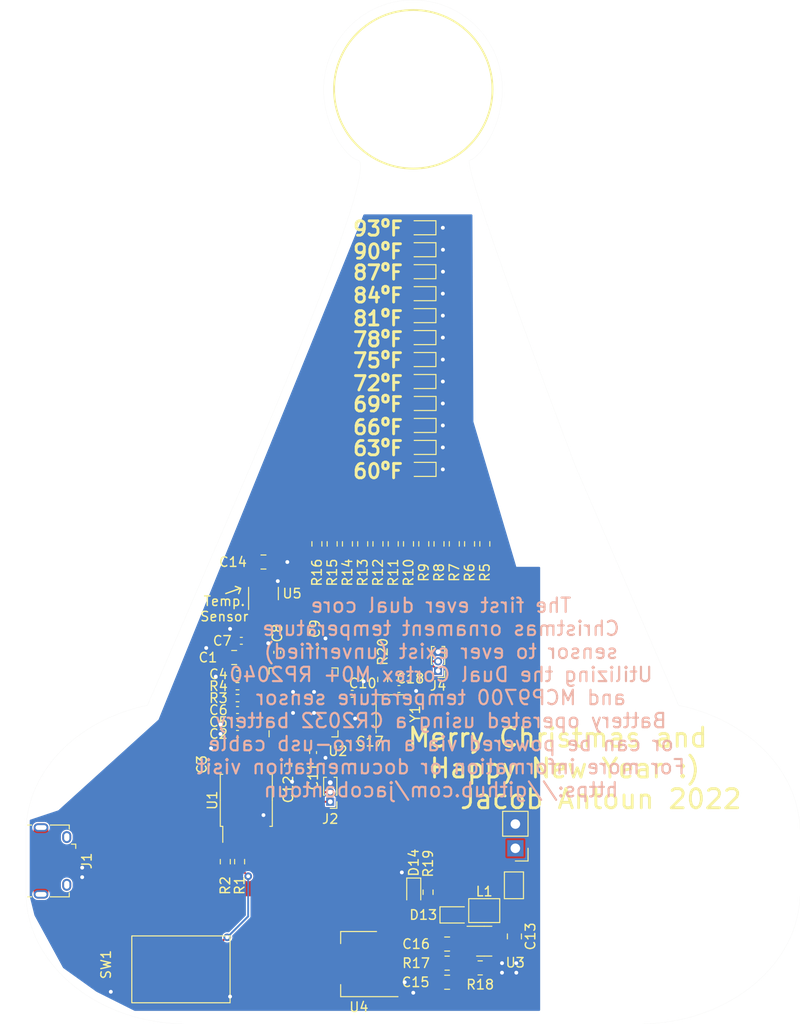
<source format=kicad_pcb>
(kicad_pcb (version 20211014) (generator pcbnew)
  (layers (0 "F.Cu" signal) (31 "B.Cu" signal) (34 "B.Paste" user) (35 "F.Paste" user) (36 "B.SilkS" user "B.Silkscreen") (37 "F.SilkS" user "F.Silkscreen") (38 "B.Mask" user) (39 "F.Mask" user) (44 "Edge.Cuts" user))
  (net 0 "")
  (net 1 "+1V1")
  (net 2 "GND")
  (net 3 "+3.3V")
  (net 4 "Net-(C13-Pad1)")
  (net 5 "Net-(D13-Pad2)")
  (net 6 "+5V")
  (net 7 "Net-(D1-Pad2)")
  (net 8 "Net-(D2-Pad2)")
  (net 9 "Net-(D3-Pad2)")
  (net 10 "Net-(D4-Pad2)")
  (net 11 "Net-(D5-Pad2)")
  (net 12 "Net-(D6-Pad2)")
  (net 13 "Net-(D7-Pad2)")
  (net 14 "Net-(D8-Pad2)")
  (net 15 "Net-(D9-Pad2)")
  (net 16 "Net-(D10-Pad2)")
  (net 17 "Net-(D11-Pad2)")
  (net 18 "Net-(D12-Pad2)")
  (net 19 "USB_D-")
  (net 20 "USB_D+")
  (net 22 "UART0_TX")
  (net 23 "UART0_RX")
  (net 24 "/QSPI_SS")
  (net 25 "Net-(R1-Pad2)")
  (net 26 "Net-(R3-Pad1)")
  (net 27 "Net-(R4-Pad1)")
  (net 28 "LED1")
  (net 29 "LED2")
  (net 30 "LED3")
  (net 31 "LED4")
  (net 32 "LED5")
  (net 33 "LED6")
  (net 34 "LED7")
  (net 35 "LED8")
  (net 36 "LED9")
  (net 37 "LED10")
  (net 38 "LED11")
  (net 39 "LED12")
  (net 40 "/QSPI_SD1")
  (net 41 "/QSPI_SD2")
  (net 42 "/QSPI_SD0")
  (net 43 "/QSPI_SCLK")
  (net 44 "/QSPI_SD3")
  (net 46 "/RP2040_XIN")
  (net 47 "/RP2040_XOUT")
  (net 48 "/RP2040_RUN")
  (net 49 "MCP9700_AOUT")
  (net 53 "Net-(D14-Pad2)")
  (net 54 "+BATT")
  (net 55 "Net-(C15-Pad2)")
  (net 56 "/DBG_SWCLK")
  (net 57 "/DBG_SWD")
  (net 69 "Net-(C18-Pad2)")
  (footprint "Capacitor_SMD:C_0402_1005Metric" (layer "F.Cu") (at 145.28 121.5 180)
    (fp_text reference "C2")
    (fp_text value "100n")
  )
  (footprint "Ornament Footprints:CKCS252010" (layer "F.Cu") (at 172.012499 140 180)
    (fp_text reference "L1")
    (fp_text value "10u" hide)
  )
  (footprint "Resistor_SMD:R_0603_1608Metric" (layer "F.Cu") (at 158.4 101.6 90)
    (fp_text reference "R13")
    (fp_text value "75")
  )
  (footprint "Capacitor_SMD:C_0402_1005Metric" (layer "F.Cu") (at 150.6 124.8 -90)
    (fp_text reference "C12")
    (fp_text value "100n")
  )
  (footprint "Package_TO_SOT_SMD:SOT-23-5" (layer "F.Cu") (at 171.1375 143.2)
    (fp_text reference "U3")
    (fp_text value "TPS61040DBV")
  )
  (footprint "Resistor_SMD:R_0805_2012Metric" (layer "F.Cu") (at 167.25 145.5)
    (fp_text reference "R17")
    (fp_text value "249k")
  )
  (footprint "Resistor_SMD:R_0805_2012Metric" (layer "F.Cu") (at 170.7125 146)
    (fp_text reference "R18")
    (fp_text value "150k")
  )
  (footprint "Resistor_SMD:R_0402_1005Metric" (layer "F.Cu") (at 145.28 117.75 180)
    (fp_text reference "R3")
    (fp_text value "27.4")
  )
  (footprint "Package_TO_SOT_SMD:SOT-23" (layer "F.Cu") (at 148 106.8 90)
    (fp_text reference "U5")
    (fp_text value "MCP9700T-ETT")
  )
  (footprint "Resistor_SMD:R_0603_1608Metric" (layer "F.Cu") (at 165.25 138.075 -90)
    (fp_text reference "R19")
    (fp_text value "180")
  )
  (footprint "LED_SMD:LED_0603_1608Metric" (layer "F.Cu") (at 164.5875 82.299999 180)
    (fp_text reference "D6" hide)
    (fp_text value "Green LED")
  )
  (footprint "Connector_USB:USB_Micro-B_Amphenol_10118194_Horizontal" (layer "F.Cu") (at 125.985 134.8 -90)
    (fp_text reference "J1")
    (fp_text value "USB_B_Micro")
  )
  (footprint "LED_SMD:LED_0603_1608Metric" (layer "F.Cu") (at 164.5875 68.5 180)
    (fp_text reference "D12" hide)
    (fp_text value "Red LED")
  )
  (footprint "Connector_PinHeader_1.00mm:PinHeader_1x03_P1.00mm_Vertical" (layer "F.Cu") (at 166.3 114.9 180)
    (fp_text reference "J4")
    (fp_text value "Conn_01x03")
  )
  (footprint "Resistor_SMD:R_0603_1608Metric" (layer "F.Cu") (at 160 101.6 90)
    (fp_text reference "R12")
    (fp_text value "75")
  )
  (footprint "LED_SMD:LED_0603_1608Metric" (layer "F.Cu") (at 164.5875 75.4 180)
    (fp_text reference "D9" hide)
    (fp_text value "Yellow LED")
  )
  (footprint "Resistor_SMD:R_0603_1608Metric" (layer "F.Cu") (at 171.2 101.6 90)
    (fp_text reference "R5")
    (fp_text value "20")
  )
  (footprint "Capacitor_SMD:C_0402_1005Metric" (layer "F.Cu") (at 157.3 117.3)
    (fp_text reference "C10")
    (fp_text value "100n")
  )
  (footprint "Resistor_SMD:R_0603_1608Metric" (layer "F.Cu") (at 164.8 101.6 90)
    (fp_text reference "R9")
    (fp_text value "75")
  )
  (footprint "Capacitor_SMD:C_0402_1005Metric" (layer "F.Cu") (at 149.45 112.95 90)
    (fp_text reference "C8")
    (fp_text value "100n")
  )
  (footprint "Resistor_SMD:R_0603_1608Metric" (layer "F.Cu") (at 145.5 134.875 90)
    (fp_text reference "R1")
    (fp_text value "1.1k")
  )
  (footprint "Resistor_SMD:R_0603_1608Metric" (layer "F.Cu") (at 168 101.6 90)
    (fp_text reference "R7")
    (fp_text value "20")
  )
  (footprint "Resistor_SMD:R_0603_1608Metric" (layer "F.Cu") (at 163.2 101.6 90)
    (fp_text reference "R10")
    (fp_text value "75")
  )
  (footprint "Resistor_SMD:R_0603_1608Metric" (layer "F.Cu") (at 166.4 101.6 90)
    (fp_text reference "R8")
    (fp_text value "75")
  )
  (footprint "LED_SMD:LED_0603_1608Metric" (layer "F.Cu") (at 164.5875 70.799999 180)
    (fp_text reference "D11" hide)
    (fp_text value "Red LED")
  )
  (footprint "Resistor_SMD:R_0603_1608Metric" (layer "F.Cu") (at 155.2 101.6 90)
    (fp_text reference "R15")
    (fp_text value "100")
  )
  (footprint "Resistor_SMD:R_0603_1608Metric" (layer "F.Cu") (at 153.6 101.6 90)
    (fp_text reference "R16")
    (fp_text value "100")
  )
  (footprint "Package_TO_SOT_SMD:SOT-223-3_TabPin2" (layer "F.Cu") (at 158 145.6 180)
    (fp_text reference "U4")
    (fp_text value "AMS1117-3.3")
  )
  (footprint "Capacitor_SMD:C_0402_1005Metric" (layer "F.Cu") (at 145.28 119 180)
    (fp_text reference "C6")
    (fp_text value "100n")
  )
  (footprint "Capacitor_SMD:C_0402_1005Metric" (layer "F.Cu") (at 153.2 123.45 -90)
    (fp_text reference "C11")
    (fp_text value "100n")
  )
  (footprint "Capacitor_SMD:C_0402_1005Metric" (layer "F.Cu") (at 153.4 112.5 90)
    (fp_text reference "C9")
    (fp_text value "100n")
  )
  (footprint "Resistor_SMD:R_0603_1608Metric" (layer "F.Cu") (at 144 134.875 -90)
    (fp_text reference "R2")
    (fp_text value "10k")
  )
  (footprint "Package_SO:SOIC-8_5.23x5.23mm_P1.27mm" (layer "F.Cu") (at 146.2 128.45 90)
    (fp_text reference "U1")
    (fp_text value "W25Q32JVSS")
  )
  (footprint "LED_SMD:LED_0603_1608Metric" (layer "F.Cu") (at 164.6 93.8 180)
    (fp_text reference "D1" hide)
    (fp_text value "Blue LED")
  )
  (footprint "Capacitor_SMD:C_0402_1005Metric" (layer "F.Cu") (at 162.2 116.8 180)
    (fp_text reference "C18")
    (fp_text value "30p")
  )
  (footprint "LED_SMD:LED_0603_1608Metric" (layer "F.Cu") (at 163.75 138.075 -90)
    (fp_text reference "D14")
    (fp_text value "Green PWR LED")
  )
  (footprint "Capacitor_SMD:C_0805_2012Metric" (layer "F.Cu") (at 148 103.5)
    (fp_text reference "C14")
    (fp_text value "1u")
  )
  (footprint "LED_SMD:LED_0603_1608Metric" (layer "F.Cu") (at 164.6 91.499999 180)
    (fp_text reference "D2" hide)
    (fp_text value "Blue LED")
  )
  (footprint "Resistor_SMD:R_0603_1608Metric" (layer "F.Cu") (at 169.6 101.6 90)
    (fp_text reference "R6")
    (fp_text value "20")
  )
  (footprint "Resistor_SMD:R_0603_1608Metric" (layer "F.Cu") (at 161.6 101.6 90)
    (fp_text reference "R11")
    (fp_text value "75")
  )
  (footprint "Capacitor_SMD:C_0402_1005Metric" (layer "F.Cu") (at 159.15 120.7 90)
    (fp_text reference "C17")
    (fp_text value "30p")
  )
  (footprint "Resistor_SMD:R_0603_1608Metric" (layer "F.Cu") (at 160.5 115.8 -90)
    (fp_text reference "R20")
    (fp_text value "1.1k")
  )
  (footprint "Capacitor_SMD:C_0805_2012Metric" (layer "F.Cu") (at 174.3 142.7 -90)
    (fp_text reference "C13")
    (fp_text value "4.7u")
  )
  (footprint "Capacitor_SMD:C_0402_1005Metric" (layer "F.Cu") (at 145.28 115.25 180)
    (fp_text reference "C4")
    (fp_text value "100n")
  )
  (footprint "Diode_SMD:D_SOD-323" (layer "F.Cu") (at 168 140.45)
    (fp_text reference "D13")
    (fp_text value "D_Schottky_Small")
  )
  (footprint "LED_SMD:LED_0603_1608Metric" (layer "F.Cu") (at 164.6 86.899999 180)
    (fp_text reference "D4" hide)
    (fp_text value "Green LED")
  )
  (footprint "Capacitor_SMD:C_0805_2012Metric" (layer "F.Cu") (at 167.25 147.5)
    (fp_text reference "C15")
    (fp_text value "22p")
  )
  (footprint "LED_SMD:LED_0603_1608Metric" (layer "F.Cu") (at 164.5875 77.7 180)
    (fp_text reference "D8" hide)
    (fp_text value "Yellow LED")
  )
  (footprint "LED_SMD:LED_0603_1608Metric" (layer "F.Cu") (at 164.5875 73.1 180)
    (fp_text reference "D10" hide)
    (fp_text value "Red LED")
  )
  (footprint "Capacitor_SMD:C_0805_2012Metric" (layer "F.Cu") (at 167.25 143.5)
    (fp_text reference "C16")
    (fp_text value "1u")
  )
  (footprint "Capacitor_SMD:C_0805_2012Metric" (layer "F.Cu") (at 144.93 113.5 180)
    (fp_text reference "C1")
    (fp_text value "1u")
  )
  (footprint "Jumper:SolderJumper-2_P1.3mm_Bridged_Pad1.0x1.5mm" (layer "F.Cu") (at 174.25 137.35 -90)
    (fp_text reference "JP1" hide)
    (fp_text value "Jumper_2_Bridged")
  )
  (footprint "Capacitor_SMD:C_0402_1005Metric" (layer "F.Cu") (at 142.700001 124.7 90)
    (fp_text reference "C3")
    (fp_text value "100n")
  )
  (footprint "Crystal:Crystal_SMD_3225-4Pin_3.2x2.5mm" (layer "F.Cu") (at 161.45 119.4 -90)
    (fp_text reference "Y1")
    (fp_text value "12MHz")
  )
  (footprint "Resistor_SMD:R_0603_1608Metric" (layer "F.Cu") (at 156.8 101.6 90)
    (fp_text reference "R14")
    (fp_text value "100")
  )
  (footprint "Ornament Footprints:TS-1187A-B-A-B" (layer "F.Cu") (at 142.5 148.15 180)
    (fp_text reference "SW1")
    (fp_text value "SW_Push" hide)
  )
  (footprint "Connector_PinHeader_2.54mm:PinHeader_1x02_P2.54mm_Vertical" (layer "F.Cu") (at 174.4 133.475 180)
    (fp_text reference "J3" hide)
    (fp_text value "Battery Input")
  )
  (footprint "LED_SMD:LED_0603_1608Metric" (layer "F.Cu") (at 164.5875 84.6 180)
    (fp_text reference "D5" hide)
    (fp_text value "Green LED")
  )
  (footprint "Package_DFN_QFN:QFN-56-1EP_7x7mm_P0.4mm_EP3.2x3.2mm" (layer "F.Cu") (at 152.2 118.2 90)
    (fp_text reference "U2")
    (fp_text value "RP2040")
  )
  (footprint "Capacitor_SMD:C_0402_1005Metric" (layer "F.Cu") (at 145.28 120.25 180)
    (fp_text reference "C5")
    (fp_text value "100n")
  )
  (footprint "Capacitor_SMD:C_0402_1005Metric" (layer "F.Cu") (at 145.68 111.75 180)
    (fp_text reference "C7")
    (fp_text value "100n")
  )
  (footprint "Connector_PinHeader_1.00mm:PinHeader_1x03_P1.00mm_Vertical" (layer "F.Cu") (at 155 128.6 180)
    (fp_text reference "J2")
    (fp_text value "Conn_01x03")
  )
  (footprint "LED_SMD:LED_0603_1608Metric" (layer "F.Cu") (at 164.6 89.2 180)
    (fp_text reference "D3" hide)
    (fp_text value "Blue LED")
  )
  (footprint "MountingHole:MountingHole_3.2mm_M3" (layer "F.Cu") (at 163.5 54)
    (fp_text reference "H1" hide)
    (fp_text value "MountingHole")
  )
  (footprint "LED_SMD:LED_0603_1608Metric" (layer "F.Cu") (at 164.5875 80.000002 180)
    (fp_text reference "D7" hide)
    (fp_text value "Yellow LED")
  )
  (footprint "Resistor_SMD:R_0402_1005Metric" (layer "F.Cu") (at 145.28 116.5 180)
    (fp_text reference "R4")
    (fp_text value "27.4")
  )
  (gr_circle (center 163.7 54) (end 172.002409 54) (layer "F.SilkS") (width 0.2) (fill none))
  (gr_line (start 144.05 106.8) (end 145.6 106.25) (layer "F.SilkS") (width 0.15))
  (gr_line (start 145.6 106.25) (end 145.05 106.05) (layer "F.SilkS") (width 0.15))
  (gr_line (start 145.6 106.3) (end 145.4 106.8) (layer "F.SilkS") (width 0.15))
  (gr_curve (pts (xy 123.103136 131.863447) (xy 123.103136 131.863447) (xy 123.103136 138.068666) (xy 123.103136 138.068666)) (layer "Edge.Cuts") (width 0.007))
  (gr_curve (pts (xy 187.341765 151.870521) (xy 196.67525 151.870521) (xy 204.2414 145.691208) (xy 204.2414 138.068666)) (layer "Edge.Cuts") (width 0.007))
  (gr_curve (pts (xy 173.038266 54.020068) (xy 173.038266 48.847359) (xy 168.84498 44.654073) (xy 163.672268 44.654073)) (layer "Edge.Cuts") (width 0.007))
  (gr_curve (pts (xy 157.975 61.45) (xy 159.961328 62.618732) (xy 146.623282 93.524179) (xy 146.623282 93.524179)) (layer "Edge.Cuts") (width 0.007))
  (gr_curve (pts (xy 154.306272 54.020069) (xy 154.306272 57.873757) (xy 156.635454 61.181091) (xy 157.975 61.45)) (layer "Edge.Cuts") (width 0.007))
  (gr_curve (pts (xy 204.2414 131.863447) (xy 204.2414 125.414895) (xy 198.818755 120.015364) (xy 191.5 118.5)) (layer "Edge.Cuts") (width 0.007))
  (gr_curve (pts (xy 135.844538 118.5) (xy 128.525782 120.015364) (xy 123.103136 125.414895) (xy 123.103136 131.863447)) (layer "Edge.Cuts") (width 0.007))
  (gr_curve (pts (xy 204.2414 138.068666) (xy 204.2414 138.068666) (xy 204.2414 131.863447) (xy 204.2414 131.863447)) (layer "Edge.Cuts") (width 0.007))
  (gr_curve (pts (xy 123.103136 138.068666) (xy 123.103136 145.691208) (xy 130.669288 151.870521) (xy 140.002771 151.870521)) (layer "Edge.Cuts") (width 0.007))
  (gr_curve (pts (xy 180.721255 93.524179) (xy 180.721255 93.524179) (xy 168.9 62.55) (xy 169.6 61.425)) (layer "Edge.Cuts") (width 0.007))
  (gr_curve (pts (xy 191.5 118.5) (xy 191.5 118.5) (xy 180.721255 93.524179) (xy 180.721255 93.524179)) (layer "Edge.Cuts") (width 0.007))
  (gr_curve (pts (xy 163.672268 44.654073) (xy 158.499557 44.654073) (xy 154.306272 48.847359) (xy 154.306272 54.020069)) (layer "Edge.Cuts") (width 0.007))
  (gr_curve (pts (xy 140.002771 151.870521) (xy 140.002771 151.870521) (xy 187.341765 151.870521) (xy 187.341765 151.870521)) (layer "Edge.Cuts") (width 0.007))
  (gr_curve (pts (xy 169.6 61.425) (xy 170.709083 61.181345) (xy 173.038266 57.87401) (xy 173.038266 54.020068)) (layer "Edge.Cuts") (width 0.007))
  (gr_curve (pts (xy 146.623282 93.524179) (xy 146.623282 93.524179) (xy 135.844538 118.5) (xy 135.844538 118.5)) (layer "Edge.Cuts") (width 0.007))
  (gr_text "The first ever dual core\nChristmas ornament temperature\nsensor to ever exist (unverified)\nUtilizing the Dual Cortex M0+ RP2040\nand MCP9700 temperature sensor\nBattery operated using a CR2032 battery\nor can be powered via a micro-usb cable\nFor more information or documentation visit\nhttps://github.com/jacobantoun" (at 166.6 117.7) (layer "B.SilkS") (effects (font (size 1.5 1.5) (thickness 0.225)) (justify mirror)))
  (gr_text "78ºF" (at 160 80.2) (layer "F.SilkS") (effects (font (size 1.5 1.5) (thickness 0.3))))
  (gr_text "Merry Christmas and \nHappy New Year :)\n	Jacob Antoun 2022" (at 179.6 125.1) (layer "F.SilkS") (effects (font (size 2 2) (thickness 0.3))))
  (gr_text "75ºF" (at 160 82.4) (layer "F.SilkS") (effects (font (size 1.5 1.5) (thickness 0.3))))
  (gr_text "60ºF" (at 160 94) (layer "F.SilkS") (effects (font (size 1.5 1.5) (thickness 0.3))))
  (gr_text "66ºF" (at 160 89.4) (layer "F.SilkS") (effects (font (size 1.5 1.5) (thickness 0.3))))
  (gr_text "Temp.\nSensor" (at 143.9 108.4) (layer "F.SilkS") (effects (font (size 1 1))))
  (gr_text "63ºF" (at 160 91.6) (layer "F.SilkS") (effects (font (size 1.5 1.5) (thickness 0.3))))
  (gr_text "84ºF" (at 160 75.6) (layer "F.SilkS") (effects (font (size 1.5 1.5) (thickness 0.3))))
  (gr_text "87ºF" (at 160 73.2) (layer "F.SilkS") (effects (font (size 1.5 1.5) (thickness 0.3))))
  (gr_text "81ºF" (at 160 78) (layer "F.SilkS") (effects (font (size 1.5 1.5) (thickness 0.3))))
  (gr_text "90ºF" (at 160 71) (layer "F.SilkS") (effects (font (size 1.5 1.5) (thickness 0.3))))
  (gr_text "93ºF" (at 160 68.6) (layer "F.SilkS") (effects (font (size 1.5 1.5) (thickness 0.3))))
  (gr_text "72ºF" (at 160 84.8) (layer "F.SilkS") (effects (font (size 1.5 1.5) (thickness 0.3))))
  (gr_text "69ºF" (at 160 87) (layer "F.SilkS") (effects (font (size 1.5 1.5) (thickness 0.3))))
  (segment (start 148.7625 116.4) (end 148.8625 116.3) (width 0.2) (layer "F.Cu") (net 1))
  (segment (start 147.751472 118.4) (end 146.24 119.911472) (width 0.2) (layer "F.Cu") (net 1))
  (segment (start 146.24 120.96) (end 145.76 121.44) (width 0.2) (layer "F.Cu") (net 1))
  (segment (start 148.7625 118.4) (end 149.153553 118.4) (width 0.2) (layer "F.Cu") (net 1))
  (segment (start 148.7625 118.4) (end 147.751472 118.4) (width 0.2) (layer "F.Cu") (net 1))
  (segment (start 155.2 117.6) (end 155.6375 117.6) (width 0.2) (layer "F.Cu") (net 1))
  (segment (start 154.1 116.3) (end 154.1 116.5) (width 0.2) (layer "F.Cu") (net 1))
  (segment (start 149.153553 118.4) (end 149.4 118.153553) (width 0.2) (layer "F.Cu") (net 1))
  (segment (start 149.4 116.5) (end 149.3 116.4) (width 0.2) (layer "F.Cu") (net 1))
  (segment (start 148.7625 116.4) (end 146.91 116.4) (width 0.2) (layer "F.Cu") (net 1))
  (segment (start 146.91 116.4) (end 145.76 115.25) (width 0.2) (layer "F.Cu") (net 1))
  (segment (start 148.8625 116.3) (end 154.1 116.3) (width 0.2) (layer "F.Cu") (net 1))
  (segment (start 154.1 116.5) (end 155.2 117.6) (width 0.2) (layer "F.Cu") (net 1))
  (segment (start 145.76 121.44) (end 145.76 121.5) (width 0.2) (layer "F.Cu") (net 1))
  (segment (start 145.76 115.25) (end 145.76 113.62) (width 0.2) (layer "F.Cu") (net 1))
  (segment (start 149.4 118.153553) (end 149.4 116.5) (width 0.2) (layer "F.Cu") (net 1))
  (segment (start 146.24 119.911472) (end 146.24 120.96) (width 0.2) (layer "F.Cu") (net 1))
  (segment (start 145.76 113.62) (end 145.88 113.5) (width 0.2) (layer "F.Cu") (net 1))
  (segment (start 149.3 116.4) (end 148.7625 116.4) (width 0.2) (layer "F.Cu") (net 1))
  (segment (start 155.6375 119.2) (end 156.913508 119.2) (width 0.2) (layer "F.Cu") (net 2))
  (segment (start 165.375 82.3) (end 166.8 82.3) (width 0.2) (layer "F.Cu") (net 2))
  (segment (start 143.98 113.5) (end 143 113.5) (width 0.25) (layer "F.Cu") (net 2))
  (segment (start 142.5 148.15) (end 143.65 148.15) (width 0.25) (layer "F.Cu") (net 2))
  (segment (start 148.97 112.47) (end 148.5 112) (width 0.25) (layer "F.Cu") (net 2))
  (segment (start 144.8 115.25) (end 143.25 115.25) (width 0.25) (layer "F.Cu") (net 2))
  (segment (start 162.68 116.8) (end 163.8 116.8) (width 0.25) (layer "F.Cu") (net 2))
  (segment (start 145.2 111.75) (end 145.2 111.2) (width 0.25) (layer "F.Cu") (net 2))
  (segment (start 128.6 136.1) (end 129 136.5) (width 0.25) (layer "F.Cu") (net 2))
  (segment (start 143 113.5) (end 142 112.5) (width 0.25) (layer "F.Cu") (net 2))
  (segment (start 163.75 137.25) (end 162.5 136) (width 0.25) (layer "F.Cu") (net 2))
  (segment (start 143.25 115.25) (end 143 115.5) (width 0.25) (layer "F.Cu") (net 2))
  (segment (start 148.105 132.05) (end 148.105 130.105) (width 0.25) (layer "F.Cu") (net 2))
  (segment (start 154.43 123.93) (end 154.5 124) (width 0.25) (layer "F.Cu") (net 2))
  (segment (start 142.5 148.15) (end 134.5 148.15) (width 0.25) (layer "F.Cu") (net 2))
  (segment (start 142.700001 124.22) (end 142.700001 123.200001) (width 0.25) (layer "F.Cu") (net 2))
  (segment (start 143.5 120.3) (end 144.8 119) (width 0.25) (layer "F.Cu") (net 2))
  (segment (start 165.375 77.7) (end 166.8 77.7) (width 0.2) (layer "F.Cu") (net 2))
  (segment (start 165.3875 70.8) (end 166.8125 70.8) (width 0.2) (layer "F.Cu") (net 2))
  (segment (start 150.6 125.28) (end 150.6 126.1) (width 0.25) (layer "F.Cu") (net 2))
  (segment (start 153.98 112.02) (end 154.5 111.5) (width 0.25) (layer "F.Cu") (net 2))
  (segment (start 165.375 84.6) (end 166.8 84.6) (width 0.2) (layer "F.Cu") (net 2))
  (segment (start 134.5 148.15) (end 132.35 148.15) (width 0.25) (layer "F.Cu") (net 2))
  (segment (start 145.2 111.2) (end 144.5 110.5) (width 0.25) (layer "F.Cu") (net 2))
  (segment (start 127.2 136.1) (end 127.2 135.45) (width 0.25) (layer "F.Cu") (net 2))
  (segment (start 158.893508 121.18) (end 157.606754 119.893246) (width 0.25) (layer "F.Cu") (net 2))
  (segment (start 165.375 93.8) (end 166.8 93.8) (width 0.2) (layer "F.Cu") (net 2))
  (segment (start 165.375 68.5) (end 166.8 68.5) (width 0.2) (layer "F.Cu") (net 2))
  (segment (start 165.375 75.4) (end 166.8 75.4) (width 0.2) (layer "F.Cu") (net 2))
  (segment (start 149.45 112.47) (end 148.97 112.47) (width 0.25) (layer "F.Cu") (net 2))
  (segment (start 143.75 120.25) (end 143.5 120.5) (width 0.25) (layer "F.Cu") (net 2))
  (segment (start 127.2 136.1) (end 128.6 136.1) (width 0.25) (layer "F.Cu") (net 2))
  (segment (start 132.35 148.15) (end 132 148.5) (width 0.25) (layer "F.Cu") (net 2))
  (segment (start 127.2 135.45) (end 128.95 135.45) (width 0.25) (layer "F.Cu") (net 2))
  (segment (start 165.3875 73.1) (end 166.8125 73.1) (width 0.2) (layer "F.Cu") (net 2))
  (segment (start 148.95 103.5) (end 150.5 103.5) (width 0.25) (layer "F.Cu") (net 2))
  (segment (start 144.8 121.5) (end 143.5 121.5) (width 0.25) (layer "F.Cu") (net 2))
  (segment (start 143.65 148.15) (end 144.5 149) (width 0.25) (layer "F.Cu") (net 2))
  (segment (start 163.8 116.8) (end 164 117) (width 0.25) (layer "F.Cu") (net 2))
  (segment (start 165.375 86.9) (end 166.8 86.9) (width 0.2) (layer "F.Cu") (net 2))
  (segment (start 143.5 120.5) (end 143.5 120.3) (width 0.25) (layer "F.Cu") (net 2))
  (segment (start 148.105 130.105) (end 148 130) (width 0.25) (layer "F.Cu") (net 2))
  (segment (start 142.700001 123.200001) (end 142.5 123) (width 0.25) (layer "F.Cu") (net 2))
  (segment (start 150.6 126.1) (end 151 126.5) (width 0.25) (layer "F.Cu") (net 2))
  (segment (start 165.375 80) (end 166.8 80) (width 0.2) (layer "F.Cu") (net 2))
  (segment (start 157.78 117.3) (end 157.78 116.72) (width 0.25) (layer "F.Cu") (net 2))
  (segment (start 144.8 120.25) (end 143.75 120.25) (width 0.25) (layer "F.Cu") (net 2))
  (segment (start 128.95 135.45) (end 129 135.5) (width 0.25) (layer "F.Cu") (net 2))
  (segment (start 149.1375 105.8625) (end 149.5 105.5) (width 0.25) (layer "F.Cu") (net 2))
  (segment (start 163.75 137.2875) (end 163.75 137.25) (width 0.25) (layer "F.Cu") (net 2))
  (segment (start 165.375 91.5) (end 166.8 91.5) (width 0.2) (layer "F.Cu") (net 2))
  (segment (start 148 105.8625) (end 149.1375 105.8625) (width 0.25) (layer "F.Cu") (net 2))
  (segment (start 159.15 121.18) (end 158.893508 121.18) (width 0.25) (layer "F.Cu") (net 2))
  (segment (start 153.2 123.93) (end 154.43 123.93) (width 0.25) (layer "F.Cu") (net 2))
  (segment (start 153.4 112.02) (end 153.98 112.02) (width 0.25) (layer "F.Cu") (net 2))
  (segment (start 156.913508 119.2) (end 157.606754 119.893246) (width 0.2) (layer "F.Cu") (net 2))
  (segment (start 165.375 89.2) (end 166.8 89.2) (width 0.2) (layer "F.Cu") (net 2))
  (segment (start 157.78 116.72) (end 158.5 116) (width 0.25) (layer "F.Cu") (net 2))
  (via (at 129 135.5) (size 0.8) (drill 0.4) (layers "F.Cu" "B.Cu") (net 2))
  (via (at 144.5 110.5) (size 0.8) (drill 0.4) (layers "F.Cu" "B.Cu") (net 2))
  (via (at 166.8 82.3) (size 0.8) (drill 0.4) (layers "F.Cu" "B.Cu") (net 2))
  (via (at 148 130) (size 0.8) (drill 0.4) (layers "F.Cu" "B.Cu") (net 2))
  (via (at 173 145.5) (size 0.8) (drill 0.4) (layers "F.Cu" "B.Cu") (net 2))
  (via (at 142 112.5) (size 0.8) (drill 0.4) (layers "F.Cu" "B.Cu") (net 2))
  (via (at 143 115.5) (size 0.8) (drill 0.4) (layers "F.Cu" "B.Cu") (net 2))
  (via (at 151.1 119.3) (size 0.8) (drill 0.4) (layers "F.Cu" "B.Cu") (net 2))
  (via (at 153.3 119.3) (size 0.8) (drill 0.4) (layers "F.Cu" "B.Cu") (net 2))
  (via (at 162.8 147.5) (size 0.8) (drill 0.4) (layers "F.Cu" "B.Cu") (net 2))
  (via (at 166.8 84.6) (size 0.8) (drill 0.4) (layers "F.Cu" "B.Cu") (net 2))
  (via (at 166.8125 73.1) (size 0.8) (drill 0.4) (layers "F.Cu" "B.Cu") (net 2))
  (via (at 166.8 68.5) (size 0.8) (drill 0.4) (layers "F.Cu" "B.Cu") (net 2))
  (via (at 164 117) (size 0.8) (drill 0.4) (layers "F.Cu" "B.Cu") (net 2))
  (via (at 150.5 103.5) (size 0.8) (drill 0.4) (layers "F.Cu" "B.Cu") (net 2))
  (via (at 166.8 89.2) (size 0.8) (drill 0.4) (layers "F.Cu" "B.Cu") (net 2))
  (via (at 149.5 105.5) (size 0.8) (drill 0.4) (layers "F.Cu" "B.Cu") (net 2))
  (via (at 166.8 80) (size 0.8) (drill 0.4) (layers "F.Cu" "B.Cu") (net 2))
  (via (at 158.5 116) (size 0.8) (drill 0.4) (layers "F.Cu" "B.Cu") (net 2))
  (via (at 153.3 117.1) (size 0.8) (drill 0.4) (layers "F.Cu" "B.Cu") (net 2))
  (via (at 129 136.5) (size 0.8) (drill 0.4) (layers "F.Cu" "B.Cu") (net 2))
  (via (at 174.5 145.5) (size 0.8) (drill 0.4) (layers "F.Cu" "B.Cu") (net 2))
  (via (at 166.8 93.8) (size 0.8) (drill 0.4) (layers "F.Cu" "B.Cu") (net 2))
  (via (at 151 126.5) (size 0.8) (drill 0.4) (layers "F.Cu" "B.Cu") (net 2))
  (via (at 154.5 124) (size 0.8) (drill 0.4) (layers "F.Cu" "B.Cu") (net 2))
  (via (at 166.8 86.9) (size 0.8) (drill 0.4) (layers "F.Cu" "B.Cu") (net 2))
  (via (at 142.5 123) (size 0.8) (drill 0.4) (layers "F.Cu" "B.Cu") (net 2))
  (via (at 148.5 112) (size 0.8) (drill 0.4) (layers "F.Cu" "B.Cu") (net 2))
  (via (at 143.5 120.5) (size 0.8) (drill 0.4) (layers "F.Cu" "B.Cu") (net 2))
  (via (at 154.5 111.5) (size 0.8) (drill 0.4) (layers "F.Cu" "B.Cu") (net 2))
  (via (at 162.5 136) (size 0.8) (drill 0.4) (layers "F.Cu" "B.Cu") (net 2))
  (via (at 166.8 75.4) (size 0.8) (drill 0.4) (layers "F.Cu" "B.Cu") (net 2))
  (via (at 166.8125 70.8) (size 0.8) (drill 0.4) (layers "F.Cu" "B.Cu") (net 2))
  (via (at 173 146.5) (size 0.8) (drill 0.4) (layers "F.Cu" "B.Cu") (net 2))
  (via (at 174.5 146.5) (size 0.8) (drill 0.4) (layers "F.Cu" "B.Cu") (net 2))
  (via (at 163.7 148.6) (size 0.8) (drill 0.4) (layers "F.Cu" "B.Cu") (net 2))
  (via (at 144.5 149) (size 0.8) (drill 0.4) (layers "F.Cu" "B.Cu") (net 2))
  (via (at 166.8 77.7) (size 0.8) (drill 0.4) (layers "F.Cu" "B.Cu") (net 2))
  (via (at 151.1 117.1) (size 0.8) (drill 0.4) (layers "F.Cu" "B.Cu") (net 2))
  (via (at 143.5 121.5) (size 0.8) (drill 0.4) (layers "F.Cu" "B.Cu") (net 2))
  (via (at 132 148.5) (size 0.8) (drill 0.4) (layers "F.Cu" "B.Cu") (net 2))
  (via (at 166.8 91.5) (size 0.8) (drill 0.4) (layers "F.Cu" "B.Cu") (net 2))
  (via (at 157.606754 119.893246) (size 0.8) (drill 0.4) (layers "F.Cu" "B.Cu") (net 2))
  (segment (start 147.7 118) (end 147.7 118.027208) (width 0.2) (layer "F.Cu") (net 3))
  (segment (start 153.2 113.18) (end 153.4 112.98) (width 0.2) (layer "F.Cu") (net 3))
  (segment (start 149.6 113.58) (end 149.45 113.43) (width 0.2) (layer "F.Cu") (net 3))
  (segment (start 148.7625 118) (end 147.7 118) (width 0.2) (layer "F.Cu") (net 3))
  (segment (start 145.76 120.25) (end 145.76 119) (width 0.2) (layer "F.Cu") (net 3))
  (segment (start 153.2 122.97) (end 153.2 121.6375) (width 0.2) (layer "F.Cu") (net 3))
  (segment (start 145.76 119.967208) (end 145.76 120.25) (width 0.2) (layer "F.Cu") (net 3))
  (segment (start 155.6375 118) (end 156.12 118) (width 0.2) (layer "F.Cu") (net 3))
  (segment (start 148.7625 117.599999) (end 148.7625 118) (width 0.2) (layer "F.Cu") (net 3))
  (segment (start 153.2 114.7625) (end 153.2 113.18) (width 0.2) (layer "F.Cu") (net 3))
  (segment (start 150.6 124.32) (end 150.52 124.32) (width 0.2) (layer "F.Cu") (net 3))
  (segment (start 146.16 111.75) (end 148.7625 114.3525) (width 0.2) (layer "F.Cu") (net 3))
  (segment (start 150.1 123.9) (end 150.1 122.7) (width 0.2) (layer "F.Cu") (net 3))
  (segment (start 149.6 114.7625) (end 149.6 113.58) (width 0.2) (layer "F.Cu") (net 3))
  (segment (start 150.1 122.7) (end 149.6 122.2) (width 0.2) (layer "F.Cu") (net 3))
  (segment (start 148.7625 114.3525) (end 148.7625 116.000001) (width 0.2) (layer "F.Cu") (net 3))
  (segment (start 156.12 118) (end 156.82 117.3) (width 0.2) (layer "F.Cu") (net 3))
  (segment (start 142.7 125.18) (end 143.965 125.18) (width 0.2) (layer "F.Cu") (net 3))
  (segment (start 143.965 125.18) (end 144.295 124.85) (width 0.2) (layer "F.Cu") (net 3))
  (segment (start 149.6 122.2) (end 149.6 121.6375) (width 0.2) (layer "F.Cu") (net 3))
  (segment (start 147.7 118.027208) (end 145.76 119.967208) (width 0.2) (layer "F.Cu") (net 3))
  (segment (start 150.52 124.32) (end 150.1 123.9) (width 0.2) (layer "F.Cu") (net 3))
  (segment (start 154.85 145.6) (end 161.15 145.6) (width 0.2) (layer "F.Cu") (net 3))
  (segment (start 145.925 149.325) (end 142.1 145.5) (width 0.25) (layer "F.Cu") (net 6))
  (segment (start 126.4 133.5) (end 127.2 133.5) (width 0.25) (layer "F.Cu") (net 6))
  (segment (start 125.9 138.1) (end 125.9 134) (width 0.25) (layer "F.Cu") (net 6))
  (segment (start 164.475 149.325) (end 145.925 149.325) (width 0.25) (layer "F.Cu") (net 6))
  (segment (start 125.9 134) (end 126.4 133.5) (width 0.25) (layer "F.Cu") (net 6))
  (segment (start 165.25 138.9) (end 165.25 140.25) (width 0.25) (layer "F.Cu") (net 6))
  (segment (start 133.3 145.5) (end 125.9 138.1) (width 0.25) (layer "F.Cu") (net 6))
  (segment (start 142.1 145.5) (end 133.3 145.5) (width 0.25) (layer "F.Cu") (net 6))
  (segment (start 166.3 147.5) (end 164.475 149.325) (width 0.25) (layer "F.Cu") (net 6))
  (segment (start 165.6 95.6) (end 163.8125 93.8125) (width 0.25) (layer "F.Cu") (net 7))
  (segment (start 168 95.6) (end 165.6 95.6) (width 0.25) (layer "F.Cu") (net 7))
  (segment (start 171.2 98.8) (end 168 95.6) (width 0.25) (layer "F.Cu") (net 7))
  (segment (start 171.2 100.775) (end 171.2 98.8) (width 0.25) (layer "F.Cu") (net 7))
  (segment (start 163 94.231479) (end 163 92.312499) (width 0.25) (layer "F.Cu") (net 8))
  (segment (start 164.81852 96.05) (end 166.65 96.05) (width 0.25) (layer "F.Cu") (net 8))
  (segment (start 166.65 96.05) (end 169.6 99) (width 0.25) (layer "F.Cu") (net 8))
  (segment (start 163 92.312499) (end 163.8125 91.499999) (width 0.25) (layer "F.Cu") (net 8))
  (segment (start 163 94.231479) (end 164.81852 96.05) (width 0.25) (layer "F.Cu") (net 8))
  (segment (start 169.6 99) (end 169.6 100.775) (width 0.25) (layer "F.Cu") (net 8))
  (segment (start 164.632124 96.5) (end 162.55 94.417875) (width 0.25) (layer "F.Cu") (net 9))
  (segment (start 166.463604 96.5) (end 164.632124 96.5) (width 0.25) (layer "F.Cu") (net 9))
  (segment (start 162.55 94.417875) (end 162.55 90.4625) (width 0.25) (layer "F.Cu") (net 9))
  (segment (start 168 98.036396) (end 166.463604 96.5) (width 0.25) (layer "F.Cu") (net 9))
  (segment (start 162.55 90.4625) (end 163.8125 89.2) (width 0.25) (layer "F.Cu") (net 9))
  (segment (start 168 100.775) (end 168 98.036396) (width 0.25) (layer "F.Cu") (net 9))
  (segment (start 162 94.504272) (end 162 88.712499) (width 0.25) (layer "F.Cu") (net 10))
  (segment (start 166.4 100.775) (end 166.4 97.6) (width 0.25) (layer "F.Cu") (net 10))
  (segment (start 165.75 96.95) (end 164.445728 96.95) (width 0.25) (layer "F.Cu") (net 10))
  (segment (start 164.445728 96.95) (end 162 94.504272) (width 0.25) (layer "F.Cu") (net 10))
  (segment (start 162 88.712499) (end 163.8125 86.899999) (width 0.25) (layer "F.Cu") (net 10))
  (segment (start 166.4 97.6) (end 165.75 96.95) (width 0.25) (layer "F.Cu") (net 10))
  (segment (start 161.55 94.690668) (end 161.55 86.85) (width 0.25) (layer "F.Cu") (net 11))
  (segment (start 164.8 97.940668) (end 161.55 94.690668) (width 0.25) (layer "F.Cu") (net 11))
  (segment (start 161.55 86.85) (end 163.8 84.6) (width 0.25) (layer "F.Cu") (net 11))
  (segment (start 164.8 100.775) (end 164.8 97.940668) (width 0.25) (layer "F.Cu") (net 11))
  (segment (start 161.1 94.877064) (end 161.1 84.999999) (width 0.25) (layer "F.Cu") (net 12))
  (segment (start 163.2 96.977064) (end 161.1 94.877064) (width 0.25) (layer "F.Cu") (net 12))
  (segment (start 163.2 100.775) (end 163.2 96.977064) (width 0.25) (layer "F.Cu") (net 12))
  (segment (start 161.1 84.999999) (end 163.8 82.299999) (width 0.25) (layer "F.Cu") (net 12))
  (segment (start 161.6 96.01346) (end 160.65 95.06346) (width 0.25) (layer "F.Cu") (net 13))
  (segment (start 160.65 95.06346) (end 160.65 83.150002) (width 0.25) (layer "F.Cu") (net 13))
  (segment (start 161.6 100.775) (end 161.6 96.01346) (width 0.25) (layer "F.Cu") (net 13))
  (segment (start 160.65 83.150002) (end 163.8 80.000002) (width 0.25) (layer "F.Cu") (net 13))
  (segment (start 160.2 81.3) (end 163.8 77.7) (width 0.25) (layer "F.Cu") (net 14))
  (segment (start 160.2 95.3) (end 160.2 81.3) (width 0.25) (layer "F.Cu") (net 14))
  (segment (start 160 100.775) (end 160.6 100.175) (width 0.25) (layer "F.Cu") (net 14))
  (segment (start 160.6 95.7) (end 160.6 95.649856) (width 0.25) (layer "F.Cu") (net 14))
  (segment (start 160.6 95.7) (end 160.2 95.3) (width 0.25) (layer "F.Cu") (net 14))
  (segment (start 160.6 100.175) (end 160.6 95.7) (width 0.25) (layer "F.Cu") (net 14))
  (segment (start 159.75 79.45) (end 163.8 75.4) (width 0.25) (layer "F.Cu") (net 15))
  (segment (start 158.4 100.775) (end 159.75 99.425) (width 0.25) (layer "F.Cu") (net 15))
  (segment (start 159.75 99.425) (end 159.75 79.45) (width 0.25) (layer "F.Cu") (net 15))
  (segment (start 159.3 77.6) (end 163.8 73.1) (width 0.25) (layer "F.Cu") (net 16))
  (segment (start 156.8 100.775) (end 159.3 98.275) (width 0.25) (layer "F.Cu") (net 16))
  (segment (start 159.3 98.275) (end 159.3 77.6) (width 0.25) (layer "F.Cu") (net 16))
  (segment (start 155.225 100.775) (end 158.85 97.15) (width 0.25) (layer "F.Cu") (net 17))
  (segment (start 155.2 100.775) (end 155.225 100.775) (width 0.25) (layer "F.Cu") (net 17))
  (segment (start 158.85 97.15) (end 158.85 75.749999) (width 0.25) (layer "F.Cu") (net 17))
  (segment (start 158.85 75.749999) (end 163.8 70.799999) (width 0.25) (layer "F.Cu") (net 17))
  (segment (start 153.6 100.775) (end 158.4 95.975) (width 0.25) (layer "F.Cu") (net 18))
  (segment (start 158.4 95.975) (end 158.4 73.9) (width 0.25) (layer "F.Cu") (net 18))
  (segment (start 158.4 73.9) (end 163.8 68.5) (width 0.25) (layer "F.Cu") (net 18))
  (segment (start 128.05 134.15) (end 128.5 133.7) (width 0.2) (layer "F.Cu") (net 19))
  (segment (start 144.77 116.5) (end 144.77 116.73) (width 0.2) (layer "F.Cu") (net 19))
  (segment (start 144.77 116.73) (end 128.5 133) (width 0.2) (layer "F.Cu") (net 19))
  (segment (start 127.285 134.15) (end 128.05 134.15) (width 0.2) (layer "F.Cu") (net 19))
  (segment (start 128.5 133.7) (end 128.5 133) (width 0.2) (layer "F.Cu") (net 19))
  (segment (start 129 134) (end 128.2 134.8) (width 0.2) (layer "F.Cu") (net 20))
  (segment (start 129 133) (end 129 134) (width 0.2) (layer "F.Cu") (net 20))
  (segment (start 144.25 117.75) (end 129 133) (width 0.2) (layer "F.Cu") (net 20))
  (segment (start 144.77 117.75) (end 144.25 117.75) (width 0.2) (layer "F.Cu") (net 20))
  (segment (start 128.2 134.8) (end 127.385 134.8) (width 0.2) (layer "F.Cu") (net 20))
  (segment (start 150 122.175736) (end 150 121.6375) (width 0.2) (layer "F.Cu") (net 22))
  (segment (start 155 128.6) (end 154.4 128.6) (width 0.2) (layer "F.Cu") (net 22))
  (segment (start 152.077081 124.252817) (end 150 122.175736) (width 0.2) (layer "F.Cu") (net 22))
  (segment (start 152.2 126.4) (end 152.2 124.252817) (width 0.2) (layer "F.Cu") (net 22))
  (segment (start 154.4 128.6) (end 152.2 126.4) (width 0.2) (layer "F.Cu") (net 22))
  (segment (start 152.2 124.252817) (end 152.077081 124.252817) (width 0.2) (layer "F.Cu") (net 22))
  (segment (start 150.4 121.6375) (end 150.4 122.028553) (width 0.2) (layer "F.Cu") (net 23))
  (segment (start 154 127.6) (end 155 127.6) (width 0.2) (layer "F.Cu") (net 23))
  (segment (start 150.4 122.028553) (end 152.6 124.228553) (width 0.2) (layer "F.Cu") (net 23))
  (segment (start 152.6 126.2) (end 154 127.6) (width 0.2) (layer "F.Cu") (net 23))
  (segment (start 152.6 124.228553) (end 152.6 126.2) (width 0.2) (layer "F.Cu") (net 23))
  (segment (start 144.1 142.8) (end 144.2 142.8) (width 0.2) (layer "F.Cu") (net 24))
  (segment (start 148.7625 123.3625) (end 149.8 124.4) (width 0.2) (layer "F.Cu") (net 24))
  (segment (start 145.7 135.7) (end 146.4 136.4) (width 0.2) (layer "F.Cu") (net 24))
  (segment (start 148.7625 120.8) (end 148.7625 123.3625) (width 0.2) (layer "F.Cu") (net 24))
  (segment (start 136.5 144.4) (end 142.5 144.4) (width 0.2) (layer "F.Cu") (net 24))
  (segment (start 148.1 135.7) (end 145.5 135.7) (width 0.2) (layer "F.Cu") (net 24))
  (segment (start 149.8 124.4) (end 149.8 134) (width 0.2) (layer "F.Cu") (net 24))
  (segment (start 149.8 134) (end 148.1 135.7) (width 0.2) (layer "F.Cu") (net 24))
  (segment (start 145.5 135.7) (end 145.7 135.7) (width 0.2) (layer "F.Cu") (net 24))
  (segment (start 142.5 144.4) (end 144.1 142.8) (width 0.2) (layer "F.Cu") (net 24))
  (via (at 146.4 136.4) (size 0.8) (drill 0.4) (layers "F.Cu" "B.Cu") (net 24))
  (via (at 144.2 142.8) (size 0.8) (drill 0.4) (layers "F.Cu" "B.Cu") (net 24))
  (segment (start 146.4 136.4) (end 146.4 140.6) (width 0.2) (layer "B.Cu") (net 24))
  (segment (start 146.4 140.6) (end 144.2 142.8) (width 0.2) (layer "B.Cu") (net 24))
  (segment (start 144 134.05) (end 145.5 134.05) (width 0.25) (layer "F.Cu") (net 25))
  (segment (start 144.295 132.05) (end 144.295 133.755) (width 0.25) (layer "F.Cu") (net 25))
  (segment (start 144.295 133.755) (end 144 134.05) (width 0.25) (layer "F.Cu") (net 25))
  (segment (start 148.7625 117.2) (end 146.34 117.2) (width 0.2) (layer "F.Cu") (net 26))
  (segment (start 146.34 117.2) (end 145.79 117.75) (width 0.2) (layer "F.Cu") (net 26))
  (segment (start 148.7625 116.8) (end 146.09 116.8) (width 0.2) (layer "F.Cu") (net 27))
  (segment (start 146.09 116.8) (end 145.79 116.5) (width 0.2) (layer "F.Cu") (net 27))
  (segment (start 162.924264 122.3) (end 171.2 114.024264) (width 0.2) (layer "F.Cu") (net 28))
  (segment (start 158.599294 122.3) (end 162.924264 122.3) (width 0.2) (layer "F.Cu") (net 28))
  (segment (start 155.6375 120) (end 156.299294 120) (width 0.2) (layer "F.Cu") (net 28))
  (segment (start 156.299294 120) (end 158.599294 122.3) (width 0.2) (layer "F.Cu") (net 28))
  (segment (start 171.2 114.024264) (end 171.2 102.425) (width 0.2) (layer "F.Cu") (net 28))
  (segment (start 169.6 115.2) (end 162.8 122) (width 0.2) (layer "F.Cu") (net 29))
  (segment (start 162.8 122) (end 158.723558 122) (width 0.2) (layer "F.Cu") (net 29))
  (segment (start 169.6 102.425) (end 169.6 115.2) (width 0.2) (layer "F.Cu") (net 29))
  (segment (start 156.323558 119.6) (end 155.6375 119.6) (width 0.2) (layer "F.Cu") (net 29))
  (segment (start 158.723558 122) (end 156.323558 119.6) (width 0.2) (layer "F.Cu") (net 29))
  (segment (start 156.2 116) (end 156.4 115.8) (width 0.2) (layer "F.Cu") (net 30))
  (segment (start 168 102.8) (end 168 102.425) (width 0.2) (layer "F.Cu") (net 30))
  (segment (start 166.12132 103.2) (end 167.6 103.2) (width 0.2) (layer "F.Cu") (net 30))
  (segment (start 156.4 115.8) (end 156.4 112.92132) (width 0.2) (layer "F.Cu") (net 30))
  (segment (start 156.4 112.92132) (end 166.12132 103.2) (width 0.2) (layer "F.Cu") (net 30))
  (segment (start 167.6 103.2) (end 168 102.8) (width 0.2) (layer "F.Cu") (net 30))
  (segment (start 155.6375 116) (end 156.2 116) (width 0.2) (layer "F.Cu") (net 30))
  (segment (start 155.6375 115.6) (end 155.6375 113.259556) (width 0.2) (layer "F.Cu") (net 31))
  (segment (start 165.848528 103.048528) (end 166.4 102.497056) (width 0.2) (layer "F.Cu") (net 31))
  (segment (start 155.6375 113.259556) (end 165.848528 103.048528) (width 0.2) (layer "F.Cu") (net 31))
  (segment (start 166.4 102.497056) (end 166.4 102.425) (width 0.2) (layer "F.Cu") (net 31))
  (segment (start 165.848528 103.048528) (end 166.097056 102.8) (width 0.2) (layer "F.Cu") (net 31))
  (segment (start 154.8 113.672792) (end 164.8 103.672792) (width 0.2) (layer "F.Cu") (net 32))
  (segment (start 164.8 103.672792) (end 164.8 102.425) (width 0.2) (layer "F.Cu") (net 32))
  (segment (start 154.8 114.7625) (end 154.8 113.672792) (width 0.2) (layer "F.Cu") (net 32))
  (segment (start 154.4 113.648528) (end 163.2 104.848528) (width 0.2) (layer "F.Cu") (net 33))
  (segment (start 163.2 104.848528) (end 163.2 102.425) (width 0.2) (layer "F.Cu") (net 33))
  (segment (start 154.4 114.7625) (end 154.4 113.648528) (width 0.2) (layer "F.Cu") (net 33))
  (segment (start 161.6 106.024264) (end 161.6 102.425) (width 0.2) (layer "F.Cu") (net 34))
  (segment (start 154 114.7625) (end 154 113.624264) (width 0.2) (layer "F.Cu") (net 34))
  (segment (start 154 113.624264) (end 161.6 106.024264) (width 0.2) (layer "F.Cu") (net 34))
  (segment (start 153.6 113.6) (end 160 107.2) (width 0.2) (layer "F.Cu") (net 35))
  (segment (start 160 107.2) (end 160 102.425) (width 0.2) (layer "F.Cu") (net 35))
  (segment (start 153.6 114.7625) (end 153.6 113.6) (width 0.2) (layer "F.Cu") (net 35))
  (segment (start 152.79 114.7525) (end 152.79 108.035) (width 0.2) (layer "F.Cu") (net 36))
  (segment (start 152.8 114.7625) (end 152.79 114.7525) (width 0.2) (layer "F.Cu") (net 36))
  (segment (start 152.79 108.035) (end 158.4 102.425) (width 0.2) (layer "F.Cu") (net 36))
  (segment (start 152.4 114.7625) (end 152.4 106.825) (width 0.2) (layer "F.Cu") (net 37))
  (segment (start 152.4 106.825) (end 156.8 102.425) (width 0.2) (layer "F.Cu") (net 37))
  (segment (start 152 105.625) (end 155.2 102.425) (width 0.2) (layer "F.Cu") (net 38))
  (segment (start 152 114.7625) (end 152 105.625) (width 0.2) (layer "F.Cu") (net 38))
  (segment (start 151.6 114.7625) (end 151.6 104.425) (width 0.2) (layer "F.Cu") (net 39))
  (segment (start 151.6 104.425) (end 153.6 102.425) (width 0.2) (layer "F.Cu") (net 39))
  (segment (start 149 133) (end 148.8 133.2) (width 0.2) (layer "F.Cu") (net 40))
  (segment (start 149 124.025761) (end 149 133) (width 0.2) (layer "F.Cu") (net 40))
  (segment (start 148.7625 120.4) (end 148.1 120.4) (width 0.2) (layer "F.Cu") (net 40))
  (segment (start 147.74 122.76576) (end 149 124.025761) (width 0.2) (layer "F.Cu") (net 40))
  (segment (start 148.1 120.4) (end 147.74 120.76) (width 0.2) (layer "F.Cu") (net 40))
  (segment (start 147.74 120.76) (end 147.74 122.76576) (width 0.2) (layer "F.Cu") (net 40))
  (segment (start 148.8 133.2) (end 145.8 133.2) (width 0.2) (layer "F.Cu") (net 40))
  (segment (start 145.565 132.965) (end 145.8 133.2) (width 0.2) (layer "F.Cu") (net 40))
  (segment (start 145.565 132.05) (end 145.565 132.965) (width 0.2) (layer "F.Cu") (net 40))
  (segment (start 146.835 128.165) (end 148.7 126.3) (width 0.2) (layer "F.Cu") (net 41))
  (segment (start 148.7 124.150025) (end 147.44 122.890024) (width 0.2) (layer "F.Cu") (net 41))
  (segment (start 147.44 122.890024) (end 147.44 120.46) (width 0.2) (layer "F.Cu") (net 41))
  (segment (start 146.835 132.05) (end 146.835 128.165) (width 0.2) (layer "F.Cu") (net 41))
  (segment (start 148.7 126.3) (end 148.7 124.150025) (width 0.2) (layer "F.Cu") (net 41))
  (segment (start 147.9 120) (end 148.7625 120) (width 0.2) (layer "F.Cu") (net 41))
  (segment (start 147.44 120.46) (end 147.9 120) (width 0.2) (layer "F.Cu") (net 41))
  (segment (start 147.875736 119.6) (end 147.14 120.335736) (width 0.2) (layer "F.Cu") (net 42))
  (segment (start 147.14 123.54) (end 148.105 124.505) (width 0.2) (layer "F.Cu") (net 42))
  (segment (start 147.14 120.335736) (end 147.14 123.54) (width 0.2) (layer "F.Cu") (net 42))
  (segment (start 148.105 124.505) (end 148.105 124.85) (width 0.2) (layer "F.Cu") (net 42))
  (segment (start 148.7625 119.6) (end 147.875736 119.6) (width 0.2) (layer "F.Cu") (net 42))
  (segment (start 146.412132 124.427132) (end 146.835 124.85) (width 0.2) (layer "F.Cu") (net 43))
  (segment (start 148.7625 119.2) (end 147.8 119.2) (width 0.2) (layer "F.Cu") (net 43))
  (segment (start 146.84 121.884264) (end 146.412132 122.312132) (width 0.2) (layer "F.Cu") (net 43))
  (segment (start 146.84 120.16) (end 146.84 121.884264) (width 0.2) (layer "F.Cu") (net 43))
  (segment (start 146.412132 122.312132) (end 146.412132 124.427132) (width 0.2) (layer "F.Cu") (net 43))
  (segment (start 147.8 119.2) (end 146.84 120.16) (width 0.2) (layer "F.Cu") (net 43))
  (segment (start 146.54 120.035736) (end 146.54 121.76) (width 0.2) (layer "F.Cu") (net 44))
  (segment (start 148.7625 118.8) (end 147.775736 118.8) (width 0.2) (layer "F.Cu") (net 44))
  (segment (start 146.54 121.76) (end 145.565001 122.734999) (width 0.2) (layer "F.Cu") (net 44))
  (segment (start 145.565001 122.734999) (end 145.565 124.850001) (width 0.2) (layer "F.Cu") (net 44))
  (segment (start 147.775736 118.8) (end 146.54 120.035736) (width 0.2) (layer "F.Cu") (net 44))
  (segment (start 159.15 120.22) (end 160.32 120.22) (width 0.2) (layer "F.Cu") (net 46))
  (segment (start 159.15 118.95) (end 159.15 120.22) (width 0.2) (layer "F.Cu") (net 46))
  (segment (start 160.32 120.22) (end 160.6 120.5) (width 0.2) (layer "F.Cu") (net 46))
  (segment (start 155.6375 118.8) (end 159 118.8) (width 0.2) (layer "F.Cu") (net 46))
  (segment (start 159 118.8) (end 159.15 118.95) (width 0.2) (layer "F.Cu") (net 46))
  (segment (start 159.925 116.625) (end 158.15 118.4) (width 0.2) (layer "F.Cu") (net 47))
  (segment (start 160.5 116.625) (end 159.925 116.625) (width 0.2) (layer "F.Cu") (net 47))
  (segment (start 157.4 118.4) (end 155.6375 118.4) (width 0.2) (layer "F.Cu") (net 47))
  (segment (start 157.4 118.4) (end 158.15 118.4) (width 0.2) (layer "F.Cu") (net 47))
  (segment (start 151.2 109.9875) (end 151.2 114.7625) (width 0.2) (layer "F.Cu") (net 49))
  (segment (start 148.95 107.7375) (end 151.2 109.9875) (width 0.2) (layer "F.Cu") (net 49))
  (segment (start 163.75 138.75) (end 165.25 137.25) (width 0.25) (layer "F.Cu") (net 53))
  (segment (start 165.6 114.2) (end 166.3 114.9) (width 0.2) (layer "F.Cu") (net 56))
  (segment (start 155.6375 117.2) (end 156.129167 117.2) (width 0.2) (layer "F.Cu") (net 56))
  (segment (start 156.129167 117.2) (end 159.129167 114.2) (width 0.2) (layer "F.Cu") (net 56))
  (segment (start 159.129167 114.2) (end 165.6 114.2) (width 0.2) (layer "F.Cu") (net 56))
  (segment (start 159.004903 113.9) (end 166.3 113.9) (width 0.2) (layer "F.Cu") (net 57))
  (segment (start 156.104903 116.8) (end 159.004903 113.9) (width 0.2) (layer "F.Cu") (net 57))
  (segment (start 155.6375 116.8) (end 156.104903 116.8) (width 0.2) (layer "F.Cu") (net 57))
  (segment (start 160.6 118.3) (end 160.6 118.1) (width 0.25) (layer "F.Cu") (net 69))
  (segment (start 160.6 118.1) (end 161.72 116.98) (width 0.25) (layer "F.Cu") (net 69))
  (segment (start 161.72 116.195) (end 161.72 116.8) (width 0.25) (layer "F.Cu") (net 69))
  (segment (start 160.5 114.975) (end 161.72 116.195) (width 0.25) (layer "F.Cu") (net 69))
  (segment (start 161.72 116.98) (end 161.72 116.8) (width 0.25) (layer "F.Cu") (net 69))
  (zone (net 2) (net_name "GND") (layer "F.Cu") (connect_pads yes (clearance 0.25)) (min_thickness 0.2) (fill yes (thermal_gap 0.1) (thermal_bridge_width 0.25))
    (polygon (pts (xy 171.3 144.9) (xy 173.6 144.9) (xy 173.6 143) (xy 175.2 143) (xy 175.192781 147.789882) (xy 170.792781 147.750412) (xy 170.8 143.49983) (xy 168.8 143.5) (xy 168.8 144.4) (xy 167.5 144.4) (xy 167.5 142.9) (xy 171.3 142.9)))
  )
  (zone (net 4) (net_name "Net-(C13-Pad1)") (layer "F.Cu") (connect_pads yes (clearance 0.25)) (min_thickness 0.2) (fill yes (thermal_gap 0.1) (thermal_bridge_width 0.25))
    (polygon (pts (xy 175.2875 142.7) (xy 173.2 142.7) (xy 173.2 144.6) (xy 171.6 144.6) (xy 171.6 142.5) (xy 171.2375 142.5) (xy 171.2375 137.55) (xy 175.2875 137.55)))
  )
  (zone (net 54) (net_name "+BATT") (layer "F.Cu") (connect_pads yes (clearance 0.14)) (min_thickness 0.2) (fill yes (thermal_gap 0.1) (thermal_bridge_width 0.2))
    (polygon (pts (xy 175.8 137.2) (xy 173 137.2) (xy 173 132.4) (xy 175.8 132.4)))
  )
  (zone (net 3) (net_name "+3.3V") (layer "F.Cu") (connect_pads (clearance 0.14)) (min_thickness 0.2) (fill yes (thermal_gap 0.1) (thermal_bridge_width 0.2))
    (polygon (pts (xy 172.585349 114.779037) (xy 158.6 127.8) (xy 158.5 148.5) (xy 152.5 148.5) (xy 152.5 138.5) (xy 139 138.5) (xy 139 116) (xy 146 99.5) (xy 172.635349 99.479037)))
  )
  (zone (net 6) (net_name "+5V") (layer "F.Cu") (connect_pads yes (clearance 0.25)) (min_thickness 0.2) (fill yes (thermal_gap 0.1) (thermal_bridge_width 0.25))
    (polygon (pts (xy 167.2 140) (xy 167.2 148.6) (xy 165.3 148.6) (xy 165.3 144.5) (xy 159.9 144.5) (xy 159.9 140)))
  )
  (zone (net 2) (net_name "GND") (layer "F.Cu") (connect_pads yes (clearance 0.14)) (min_thickness 0.2) (fill yes (thermal_gap 0.1) (thermal_bridge_width 0.2))
    (polygon (pts (xy 164.3 149.1) (xy 159.8 149.1) (xy 159.8 146.9) (xy 164.3 146.9)))
  )
  (zone (net 55) (net_name "Net-(C15-Pad2)") (layer "F.Cu") (connect_pads yes (clearance 0.25)) (min_thickness 0.2) (fill yes (thermal_gap 0.1) (thermal_bridge_width 0.25))
    (polygon (pts (xy 170.5 149.6) (xy 167.5 149.6) (xy 167.5 144.7) (xy 169.2 144.7) (xy 169.2 143.8) (xy 170.5 143.8)))
  )
  (zone (net 5) (net_name "Net-(D13-Pad2)") (layer "F.Cu") (connect_pads yes (clearance 0.25)) (min_thickness 0.2) (fill yes (thermal_gap 0.1) (thermal_bridge_width 0.25))
    (polygon (pts (xy 170.9 142.6) (xy 168.75 142.6) (xy 168.75 138.5) (xy 170.9 138.5)))
  )
  (zone (net 2) (net_name "GND") (layer "B.Cu") (connect_pads yes (clearance 0.14)) (min_thickness 0.2) (fill yes (thermal_gap 0.1) (thermal_bridge_width 0.2))
    (polygon (pts (xy 170 88.8) (xy 174.5 104) (xy 177 104) (xy 177 111) (xy 177 150.5) (xy 134.5 150.5) (xy 130.5 148.5) (xy 127 146) (xy 124 140.5) (xy 123.5 138.5) (xy 123.5 130.5) (xy 126.5 129.5) (xy 137 120) (xy 158.5 67.1) (xy 169.9 67.1)))
  )
)
</source>
